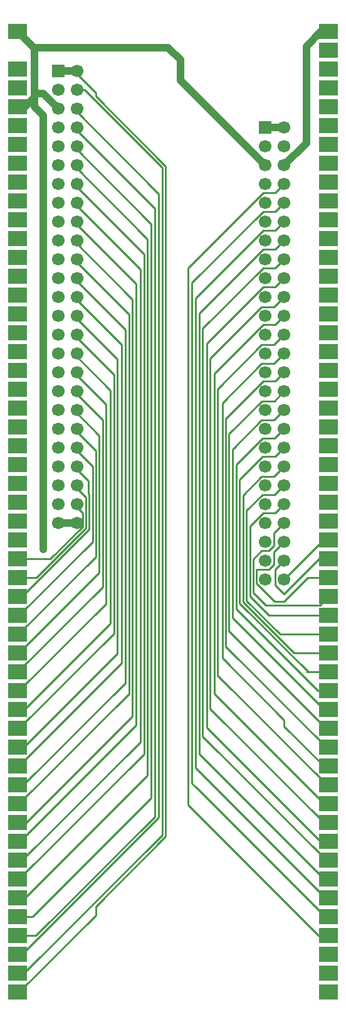
<source format=gbl>
G04 #@! TF.GenerationSoftware,KiCad,Pcbnew,9.0.1+1*
G04 #@! TF.CreationDate,2025-11-11T14:40:01+00:00*
G04 #@! TF.ProjectId,te0725-carrier,74653037-3235-42d6-9361-72726965722e,rev?*
G04 #@! TF.SameCoordinates,Original*
G04 #@! TF.FileFunction,Copper,L2,Bot*
G04 #@! TF.FilePolarity,Positive*
%FSLAX46Y46*%
G04 Gerber Fmt 4.6, Leading zero omitted, Abs format (unit mm)*
G04 Created by KiCad (PCBNEW 9.0.1+1) date 2025-11-11 14:40:01*
%MOMM*%
%LPD*%
G01*
G04 APERTURE LIST*
G04 #@! TA.AperFunction,CastellatedPad*
%ADD10R,2.540000X2.000000*%
G04 #@! TD*
G04 #@! TA.AperFunction,ComponentPad*
%ADD11R,1.700000X1.700000*%
G04 #@! TD*
G04 #@! TA.AperFunction,ComponentPad*
%ADD12C,1.700000*%
G04 #@! TD*
G04 #@! TA.AperFunction,ViaPad*
%ADD13C,0.600000*%
G04 #@! TD*
G04 #@! TA.AperFunction,Conductor*
%ADD14C,0.250000*%
G04 #@! TD*
G04 #@! TA.AperFunction,Conductor*
%ADD15C,1.000000*%
G04 #@! TD*
G04 APERTURE END LIST*
D10*
X44500000Y-44680000D03*
X44500000Y-49760000D03*
X44500000Y-52300000D03*
X44500000Y-54840000D03*
X44500000Y-57380000D03*
X44500000Y-59920000D03*
X44500000Y-62460000D03*
X44500000Y-65000000D03*
X44500000Y-67540000D03*
X44500000Y-70080000D03*
X44500000Y-72620000D03*
X44500000Y-75160000D03*
X44500000Y-77700000D03*
X44500000Y-80240000D03*
X44500000Y-82780000D03*
X44500000Y-85320000D03*
X44500000Y-87860000D03*
X44500000Y-90400000D03*
X44500000Y-92940000D03*
X44500000Y-95480000D03*
X44500000Y-98020000D03*
X44500000Y-100560000D03*
X44500000Y-103100000D03*
X44500000Y-105640000D03*
X44500000Y-108180000D03*
X44500000Y-110720000D03*
X44500000Y-113260000D03*
X44500000Y-115800000D03*
X44500000Y-118340000D03*
X44500000Y-120880000D03*
X44500000Y-123420000D03*
X44500000Y-125960000D03*
X44500000Y-128500000D03*
X44500000Y-131040000D03*
X44500000Y-133580000D03*
X44500000Y-136120000D03*
X44500000Y-138660000D03*
X44500000Y-141200000D03*
X44500000Y-143740000D03*
X44500000Y-146280000D03*
X44500000Y-148820000D03*
X44500000Y-151360000D03*
X44500000Y-153900000D03*
X44500000Y-156440000D03*
X44500000Y-158980000D03*
X44500000Y-161520000D03*
X44500000Y-164060000D03*
X44500000Y-166600000D03*
X44500000Y-169140000D03*
X44500000Y-171680000D03*
X44500000Y-174220000D03*
X86500000Y-44680000D03*
X86500000Y-47220000D03*
X86500000Y-49760000D03*
X86500000Y-52300000D03*
X86500000Y-54840000D03*
X86500000Y-57380000D03*
X86500000Y-59920000D03*
X86500000Y-62460000D03*
X86500000Y-65000000D03*
X86500000Y-67540000D03*
X86500000Y-70080000D03*
X86500000Y-72620000D03*
X86500000Y-75160000D03*
X86500000Y-77700000D03*
X86500000Y-80240000D03*
X86500000Y-82780000D03*
X86500000Y-85320000D03*
X86500000Y-87860000D03*
X86500000Y-90400000D03*
X86500000Y-92940000D03*
X86500000Y-95480000D03*
X86500000Y-98020000D03*
X86500000Y-100560000D03*
X86500000Y-103100000D03*
X86500000Y-105640000D03*
X86500000Y-108180000D03*
X86500000Y-110720000D03*
X86500000Y-113260000D03*
X86500000Y-115800000D03*
X86500000Y-118340000D03*
X86500000Y-120880000D03*
X86500000Y-123420000D03*
X86500000Y-125960000D03*
X86500000Y-128500000D03*
X86500000Y-131040000D03*
X86500000Y-133580000D03*
X86500000Y-136120000D03*
X86500000Y-138660000D03*
X86500000Y-141200000D03*
X86500000Y-143740000D03*
X86500000Y-146280000D03*
X86500000Y-148820000D03*
X86500000Y-151360000D03*
X86500000Y-153900000D03*
X86500000Y-156440000D03*
X86500000Y-158980000D03*
X86500000Y-161520000D03*
X86500000Y-164060000D03*
X86500000Y-166600000D03*
X86500000Y-169140000D03*
X86500000Y-171680000D03*
X86500000Y-174220000D03*
D11*
X50000000Y-50000000D03*
D12*
X52540000Y-50000000D03*
X50000000Y-52540000D03*
X52540000Y-52540000D03*
X50000000Y-55080000D03*
X52540000Y-55080000D03*
X50000000Y-57620000D03*
X52540000Y-57620000D03*
X50000000Y-60160000D03*
X52540000Y-60160000D03*
X50000000Y-62700000D03*
X52540000Y-62700000D03*
X50000000Y-65240000D03*
X52540000Y-65240000D03*
X50000000Y-67780000D03*
X52540000Y-67780000D03*
X50000000Y-70320000D03*
X52540000Y-70320000D03*
X50000000Y-72860000D03*
X52540000Y-72860000D03*
X50000000Y-75400000D03*
X52540000Y-75400000D03*
X50000000Y-77940000D03*
X52540000Y-77940000D03*
X50000000Y-80480000D03*
X52540000Y-80480000D03*
X50000000Y-83020000D03*
X52540000Y-83020000D03*
X50000000Y-85560000D03*
X52540000Y-85560000D03*
X50000000Y-88100000D03*
X52540000Y-88100000D03*
X50000000Y-90640000D03*
X52540000Y-90640000D03*
X50000000Y-93180000D03*
X52540000Y-93180000D03*
X50000000Y-95720000D03*
X52540000Y-95720000D03*
X50000000Y-98260000D03*
X52540000Y-98260000D03*
X50000000Y-100800000D03*
X52540000Y-100800000D03*
X50000000Y-103340000D03*
X52540000Y-103340000D03*
X50000000Y-105880000D03*
X52540000Y-105880000D03*
X50000000Y-108420000D03*
X52540000Y-108420000D03*
X50000000Y-110960000D03*
X52540000Y-110960000D03*
D11*
X77940000Y-57620000D03*
D12*
X80480000Y-57620000D03*
X77940000Y-60160000D03*
X80480000Y-60160000D03*
X77940000Y-62700000D03*
X80480000Y-62700000D03*
X77940000Y-65240000D03*
X80480000Y-65240000D03*
X77940000Y-67780000D03*
X80480000Y-67780000D03*
X77940000Y-70320000D03*
X80480000Y-70320000D03*
X77940000Y-72860000D03*
X80480000Y-72860000D03*
X77940000Y-75400000D03*
X80480000Y-75400000D03*
X77940000Y-77940000D03*
X80480000Y-77940000D03*
X77940000Y-80480000D03*
X80480000Y-80480000D03*
X77940000Y-83020000D03*
X80480000Y-83020000D03*
X77940000Y-85560000D03*
X80480000Y-85560000D03*
X77940000Y-88100000D03*
X80480000Y-88100000D03*
X77940000Y-90640000D03*
X80480000Y-90640000D03*
X77940000Y-93180000D03*
X80480000Y-93180000D03*
X77940000Y-95720000D03*
X80480000Y-95720000D03*
X77940000Y-98260000D03*
X80480000Y-98260000D03*
X77940000Y-100800000D03*
X80480000Y-100800000D03*
X77940000Y-103340000D03*
X80480000Y-103340000D03*
X77940000Y-105880000D03*
X80480000Y-105880000D03*
X77940000Y-108420000D03*
X80480000Y-108420000D03*
X77940000Y-110960000D03*
X80480000Y-110960000D03*
X77940000Y-113500000D03*
X80480000Y-113500000D03*
X77940000Y-116040000D03*
X80480000Y-116040000D03*
X77940000Y-118580000D03*
X80480000Y-118580000D03*
D13*
X48000000Y-114500000D03*
D14*
X59049000Y-132500000D02*
X59049000Y-84900000D01*
X45269000Y-146280000D02*
X59049000Y-132500000D01*
X59049000Y-84900000D02*
X52089000Y-77940000D01*
X44049000Y-146280000D02*
X45269000Y-146280000D01*
X57500000Y-90971000D02*
X57500000Y-125835000D01*
X57500000Y-125835000D02*
X44675000Y-138660000D01*
X52089000Y-85560000D02*
X57500000Y-90971000D01*
X58549000Y-129866000D02*
X44675000Y-143740000D01*
X52089000Y-80480000D02*
X58549000Y-86940000D01*
X58549000Y-86940000D02*
X58549000Y-129866000D01*
X53509000Y-52540000D02*
X52089000Y-52540000D01*
X64049000Y-153000000D02*
X64049000Y-63000000D01*
X53549000Y-52500000D02*
X53509000Y-52540000D01*
X45369000Y-171680000D02*
X64049000Y-153000000D01*
X44049000Y-171680000D02*
X45369000Y-171680000D01*
X64049000Y-63000000D02*
X53549000Y-52500000D01*
X60000000Y-137049000D02*
X60000000Y-80771000D01*
X60000000Y-80771000D02*
X52089000Y-72860000D01*
X44049000Y-151360000D02*
X45689000Y-151360000D01*
X45689000Y-151360000D02*
X60000000Y-137049000D01*
X63000000Y-68531000D02*
X52089000Y-57620000D01*
X63000000Y-150549000D02*
X63000000Y-68531000D01*
X46949000Y-166600000D02*
X63000000Y-150549000D01*
X44049000Y-166600000D02*
X46949000Y-166600000D01*
X52089000Y-95720000D02*
X55520000Y-99151000D01*
X55520000Y-117655000D02*
X44675000Y-128500000D01*
X55520000Y-99151000D02*
X55520000Y-117655000D01*
X44675000Y-128500000D02*
X44049000Y-128500000D01*
X45109000Y-156440000D02*
X61049000Y-140500000D01*
X61049000Y-76740000D02*
X52089000Y-67780000D01*
X44049000Y-156440000D02*
X45109000Y-156440000D01*
X61049000Y-140500000D02*
X61049000Y-76740000D01*
X54167000Y-111820736D02*
X54167000Y-107118000D01*
X54049000Y-107000000D02*
X54049000Y-105300000D01*
X45107736Y-120880000D02*
X54167000Y-111820736D01*
X54049000Y-105300000D02*
X52089000Y-103340000D01*
X44049000Y-120880000D02*
X45107736Y-120880000D01*
X54167000Y-107118000D02*
X54049000Y-107000000D01*
X45429000Y-136120000D02*
X57049000Y-124500000D01*
X44049000Y-136120000D02*
X45429000Y-136120000D01*
X57049000Y-124500000D02*
X57049000Y-93060000D01*
X57049000Y-93060000D02*
X52089000Y-88100000D01*
X44589000Y-125960000D02*
X55069000Y-115480000D01*
X55069000Y-115480000D02*
X55069000Y-101240000D01*
X55069000Y-101240000D02*
X52089000Y-98260000D01*
X44049000Y-125960000D02*
X44589000Y-125960000D01*
X52089000Y-75400000D02*
X59549000Y-82860000D01*
X59549000Y-133946000D02*
X44675000Y-148820000D01*
X59549000Y-82860000D02*
X59549000Y-133946000D01*
X52089000Y-65240000D02*
X61549000Y-74700000D01*
X61549000Y-74700000D02*
X61549000Y-142106000D01*
X61549000Y-142106000D02*
X44675000Y-158980000D01*
X48912116Y-115800000D02*
X44049000Y-115800000D01*
X53265000Y-109596000D02*
X53265000Y-111447116D01*
X53265000Y-111447116D02*
X48912116Y-115800000D01*
X52089000Y-108420000D02*
X53265000Y-109596000D01*
X44049000Y-161520000D02*
X45529000Y-161520000D01*
X45529000Y-161520000D02*
X62049000Y-145000000D01*
X62049000Y-145000000D02*
X62049000Y-72660000D01*
X62049000Y-72660000D02*
X52089000Y-62700000D01*
X52089000Y-100800000D02*
X54618000Y-103329000D01*
X54618000Y-113477000D02*
X44675000Y-123420000D01*
X54618000Y-103329000D02*
X54618000Y-113477000D01*
X60451000Y-78682000D02*
X60451000Y-138224000D01*
X60451000Y-138224000D02*
X44675000Y-154000000D01*
X52089000Y-70320000D02*
X60451000Y-78682000D01*
X44675000Y-133580000D02*
X44049000Y-133580000D01*
X56422000Y-94973000D02*
X56422000Y-121833000D01*
X56422000Y-121833000D02*
X44675000Y-133580000D01*
X52089000Y-90640000D02*
X56422000Y-94973000D01*
X62549000Y-148000000D02*
X46489000Y-164060000D01*
X52089000Y-60160000D02*
X62549000Y-70620000D01*
X46489000Y-164060000D02*
X44049000Y-164060000D01*
X62549000Y-70620000D02*
X62549000Y-148000000D01*
D15*
X52540000Y-50000000D02*
X50000000Y-50000000D01*
D14*
X52089000Y-50000000D02*
X55049000Y-52960000D01*
X64500000Y-62813190D02*
X64500000Y-153186810D01*
X55049000Y-53362190D02*
X64500000Y-62813190D01*
X85800000Y-113260000D02*
X80480000Y-118580000D01*
X55049000Y-162637810D02*
X55049000Y-163846000D01*
X55049000Y-163846000D02*
X44675000Y-174220000D01*
D15*
X80480000Y-57620000D02*
X77940000Y-57620000D01*
X52540000Y-110960000D02*
X50000000Y-110960000D01*
D14*
X86500000Y-113260000D02*
X85800000Y-113260000D01*
X55049000Y-52960000D02*
X55049000Y-53362190D01*
X64500000Y-153186810D02*
X55049000Y-162637810D01*
X45349000Y-141200000D02*
X57951000Y-128598000D01*
X57951000Y-88882000D02*
X52089000Y-83020000D01*
X44049000Y-141200000D02*
X45349000Y-141200000D01*
X57951000Y-128598000D02*
X57951000Y-88882000D01*
X55971000Y-119578000D02*
X55971000Y-97062000D01*
X44049000Y-131040000D02*
X44509000Y-131040000D01*
X44509000Y-131040000D02*
X55971000Y-119578000D01*
X55971000Y-97062000D02*
X52089000Y-93180000D01*
X79304000Y-117216000D02*
X80480000Y-116040000D01*
X79304000Y-119304000D02*
X79304000Y-117216000D01*
X80500000Y-120500000D02*
X79304000Y-119304000D01*
X85200000Y-115800000D02*
X80500000Y-120500000D01*
X86500000Y-115800000D02*
X85200000Y-115800000D01*
X77640884Y-91816000D02*
X79304000Y-91816000D01*
X72598000Y-96858884D02*
X77640884Y-91816000D01*
X86200000Y-141200000D02*
X72598000Y-127598000D01*
X79304000Y-91816000D02*
X80480000Y-90640000D01*
X72598000Y-127598000D02*
X72598000Y-96858884D01*
X86500000Y-141200000D02*
X86200000Y-141200000D01*
X77640884Y-109596000D02*
X79304000Y-109596000D01*
X86500000Y-123420000D02*
X78420000Y-123420000D01*
X75862000Y-111374884D02*
X77640884Y-109596000D01*
X79304000Y-109596000D02*
X80480000Y-108420000D01*
X78420000Y-123420000D02*
X75862000Y-120862000D01*
X75862000Y-120862000D02*
X75862000Y-111374884D01*
X74500000Y-105116884D02*
X77616884Y-102000000D01*
X83764380Y-131040000D02*
X74500000Y-121775620D01*
X74500000Y-121775620D02*
X74500000Y-105116884D01*
X77616884Y-102000000D02*
X79280000Y-102000000D01*
X86500000Y-131040000D02*
X84000000Y-131040000D01*
X84000000Y-131040000D02*
X83540000Y-131040000D01*
X79280000Y-102000000D02*
X80480000Y-100800000D01*
X84000000Y-131040000D02*
X83764380Y-131040000D01*
X86500000Y-125960000D02*
X79960000Y-125960000D01*
X79216884Y-107143116D02*
X80480000Y-105880000D01*
X77553768Y-107143116D02*
X79216884Y-107143116D01*
X75411000Y-121411000D02*
X75411000Y-109285884D01*
X79960000Y-125960000D02*
X75411000Y-121411000D01*
X75411000Y-109285884D02*
X77553768Y-107143116D01*
X77496884Y-94500000D02*
X79160000Y-94500000D01*
X79160000Y-94500000D02*
X80480000Y-93180000D01*
X86500000Y-138660000D02*
X86160000Y-138660000D01*
X73049000Y-125549000D02*
X73049000Y-98947884D01*
X86160000Y-138660000D02*
X73049000Y-125549000D01*
X73049000Y-98947884D02*
X77496884Y-94500000D01*
X77452884Y-86924000D02*
X79116000Y-86924000D01*
X86280000Y-146280000D02*
X71500000Y-131500000D01*
X79116000Y-86924000D02*
X80480000Y-85560000D01*
X71500000Y-131500000D02*
X71500000Y-92876884D01*
X86500000Y-146280000D02*
X86280000Y-146280000D01*
X71500000Y-92876884D02*
X77452884Y-86924000D01*
X77452884Y-89464000D02*
X72147000Y-94769884D01*
X80480000Y-88100000D02*
X79116000Y-89464000D01*
X72147000Y-94769884D02*
X72147000Y-129147000D01*
X79116000Y-89464000D02*
X77452884Y-89464000D01*
X72147000Y-129147000D02*
X80500000Y-137500000D01*
X80500000Y-137500000D02*
X80500000Y-138366000D01*
X80500000Y-138366000D02*
X85874000Y-143740000D01*
X74960000Y-121597810D02*
X74960000Y-107196884D01*
X77452884Y-104704000D02*
X79116000Y-104704000D01*
X86500000Y-128500000D02*
X81862190Y-128500000D01*
X74960000Y-107196884D02*
X77452884Y-104704000D01*
X81862190Y-128500000D02*
X74960000Y-121597810D01*
X79116000Y-104704000D02*
X80480000Y-103340000D01*
X86500000Y-161520000D02*
X86020000Y-161520000D01*
X77640884Y-71496000D02*
X79304000Y-71496000D01*
X68500000Y-144000000D02*
X68500000Y-80636884D01*
X86020000Y-161520000D02*
X68500000Y-144000000D01*
X79304000Y-71496000D02*
X80480000Y-70320000D01*
X68500000Y-80636884D02*
X77640884Y-71496000D01*
X73500000Y-101000000D02*
X73500000Y-123746000D01*
X77416000Y-97084000D02*
X73500000Y-101000000D01*
X79116000Y-97084000D02*
X77416000Y-97084000D01*
X80480000Y-95720000D02*
X79116000Y-97084000D01*
X73500000Y-123746000D02*
X85874000Y-136120000D01*
X77640884Y-76576000D02*
X79304000Y-76576000D01*
X86230000Y-156440000D02*
X69500000Y-139710000D01*
X69500000Y-139710000D02*
X69500000Y-84716884D01*
X86500000Y-156440000D02*
X86230000Y-156440000D01*
X79304000Y-76576000D02*
X80480000Y-75400000D01*
X69500000Y-84716884D02*
X77640884Y-76576000D01*
X74000000Y-122550000D02*
X74000000Y-103076884D01*
X74000000Y-103076884D02*
X77576884Y-99500000D01*
X79240000Y-99500000D02*
X80480000Y-98260000D01*
X85030000Y-133580000D02*
X74000000Y-122550000D01*
X86500000Y-133580000D02*
X85030000Y-133580000D01*
X77576884Y-99500000D02*
X79240000Y-99500000D01*
X80480000Y-77940000D02*
X79304000Y-79116000D01*
X70049000Y-86707884D02*
X70049000Y-138549000D01*
X77640884Y-79116000D02*
X70049000Y-86707884D01*
X85400000Y-153900000D02*
X86500000Y-153900000D01*
X79304000Y-79116000D02*
X77640884Y-79116000D01*
X70049000Y-138549000D02*
X85400000Y-153900000D01*
X79304000Y-74036000D02*
X77640884Y-74036000D01*
X77640884Y-74036000D02*
X69000000Y-82676884D01*
X80480000Y-72860000D02*
X79304000Y-74036000D01*
X69000000Y-82676884D02*
X69000000Y-142106000D01*
X69000000Y-142106000D02*
X85874000Y-158980000D01*
X86500000Y-120880000D02*
X85380000Y-122000000D01*
X78427116Y-114676000D02*
X79116000Y-113987116D01*
X76313000Y-115815884D02*
X77452884Y-114676000D01*
X79116000Y-113987116D02*
X79116000Y-112324000D01*
X79116000Y-112324000D02*
X80480000Y-110960000D01*
X85380000Y-122000000D02*
X78000000Y-122000000D01*
X77452884Y-114676000D02*
X78427116Y-114676000D01*
X78000000Y-122000000D02*
X76313000Y-120313000D01*
X76313000Y-120313000D02*
X76313000Y-115815884D01*
X70500000Y-88796884D02*
X77452884Y-81844000D01*
X85860000Y-151360000D02*
X70500000Y-136000000D01*
X70500000Y-136000000D02*
X70500000Y-88796884D01*
X79116000Y-81844000D02*
X80480000Y-80480000D01*
X86500000Y-151360000D02*
X85860000Y-151360000D01*
X77452884Y-81844000D02*
X79116000Y-81844000D01*
X68049000Y-78547884D02*
X68049000Y-146049000D01*
X77640884Y-68956000D02*
X68049000Y-78547884D01*
X68049000Y-146049000D02*
X68500000Y-146500000D01*
X79304000Y-68956000D02*
X77640884Y-68956000D01*
X86500000Y-164060000D02*
X86060000Y-164060000D01*
X80480000Y-67780000D02*
X79304000Y-68956000D01*
X86060000Y-164060000D02*
X68500000Y-146500000D01*
X86500000Y-166600000D02*
X85100000Y-166600000D01*
X79304000Y-66416000D02*
X80480000Y-65240000D01*
X67500000Y-76556884D02*
X77640884Y-66416000D01*
X67500000Y-149000000D02*
X67500000Y-76556884D01*
X77640884Y-66416000D02*
X79304000Y-66416000D01*
X85100000Y-166600000D02*
X67500000Y-149000000D01*
X71049000Y-90787884D02*
X71049000Y-133995000D01*
X79304000Y-84196000D02*
X77640884Y-84196000D01*
X77640884Y-84196000D02*
X71049000Y-90787884D01*
X80480000Y-83020000D02*
X79304000Y-84196000D01*
X71049000Y-133995000D02*
X85874000Y-148820000D01*
X79196884Y-121500000D02*
X76764000Y-119067116D01*
D15*
X48000000Y-56000000D02*
X48000000Y-114500000D01*
D14*
X47009926Y-118340000D02*
X44049000Y-118340000D01*
D15*
X46660000Y-46840000D02*
X64840000Y-46840000D01*
D14*
X53716000Y-107507000D02*
X53716000Y-111633926D01*
X86500000Y-118340000D02*
X83660000Y-118340000D01*
X79116000Y-114864000D02*
X80480000Y-113500000D01*
X80500000Y-121500000D02*
X79196884Y-121500000D01*
D15*
X46770000Y-46950000D02*
X46770000Y-53000000D01*
X46660000Y-46840000D02*
X46770000Y-46950000D01*
X46770000Y-53571000D02*
X46770000Y-54770000D01*
X46770000Y-53571000D02*
X45501000Y-54840000D01*
D14*
X79116000Y-116527116D02*
X79116000Y-114864000D01*
D15*
X46770000Y-53000000D02*
X47920000Y-53000000D01*
X66500000Y-51260000D02*
X77940000Y-62700000D01*
X66500000Y-48500000D02*
X66500000Y-51260000D01*
D14*
X52089000Y-105880000D02*
X53716000Y-107507000D01*
X76764000Y-117236000D02*
X78407116Y-117236000D01*
X53716000Y-111633926D02*
X47009926Y-118340000D01*
D15*
X64840000Y-46840000D02*
X66500000Y-48500000D01*
D14*
X76764000Y-119067116D02*
X76764000Y-117236000D01*
D15*
X44500000Y-44680000D02*
X46660000Y-46840000D01*
X47920000Y-53000000D02*
X50000000Y-55080000D01*
X46770000Y-53000000D02*
X46770000Y-53571000D01*
X46770000Y-54770000D02*
X48000000Y-56000000D01*
D14*
X78407116Y-117236000D02*
X79116000Y-116527116D01*
X83660000Y-118340000D02*
X80500000Y-121500000D01*
X63549000Y-150637810D02*
X45046810Y-169140000D01*
X45046810Y-169140000D02*
X44049000Y-169140000D01*
D15*
X80480000Y-62700000D02*
X83500000Y-59680000D01*
X83500000Y-46679000D02*
X85499000Y-44680000D01*
D14*
X63549000Y-66540000D02*
X63549000Y-150637810D01*
X52089000Y-55080000D02*
X63549000Y-66540000D01*
D15*
X83500000Y-59680000D02*
X83500000Y-46679000D01*
M02*

</source>
